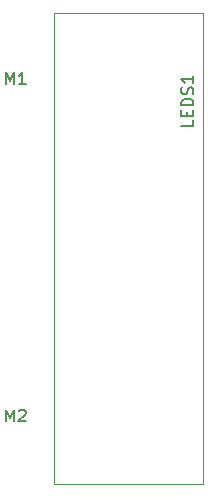
<source format=gbr>
G04 #@! TF.FileFunction,Legend,Top*
%FSLAX46Y46*%
G04 Gerber Fmt 4.6, Leading zero omitted, Abs format (unit mm)*
G04 Created by KiCad (PCBNEW 4.0.7) date Sun Feb  4 21:06:27 2018*
%MOMM*%
%LPD*%
G01*
G04 APERTURE LIST*
%ADD10C,0.100000*%
%ADD11C,0.112500*%
%ADD12C,0.150000*%
G04 APERTURE END LIST*
D10*
D11*
X140462000Y-94742000D02*
X140462000Y-134696200D01*
X140462000Y-134696200D02*
X153009600Y-134696200D01*
X153009600Y-134696200D02*
X153009600Y-94742000D01*
X153009600Y-94742000D02*
X140462000Y-94742000D01*
D12*
X152217381Y-103830238D02*
X152217381Y-104306429D01*
X151217381Y-104306429D01*
X151693571Y-103496905D02*
X151693571Y-103163571D01*
X152217381Y-103020714D02*
X152217381Y-103496905D01*
X151217381Y-103496905D01*
X151217381Y-103020714D01*
X152217381Y-102592143D02*
X151217381Y-102592143D01*
X151217381Y-102354048D01*
X151265000Y-102211190D01*
X151360238Y-102115952D01*
X151455476Y-102068333D01*
X151645952Y-102020714D01*
X151788810Y-102020714D01*
X151979286Y-102068333D01*
X152074524Y-102115952D01*
X152169762Y-102211190D01*
X152217381Y-102354048D01*
X152217381Y-102592143D01*
X152169762Y-101639762D02*
X152217381Y-101496905D01*
X152217381Y-101258809D01*
X152169762Y-101163571D01*
X152122143Y-101115952D01*
X152026905Y-101068333D01*
X151931667Y-101068333D01*
X151836429Y-101115952D01*
X151788810Y-101163571D01*
X151741190Y-101258809D01*
X151693571Y-101449286D01*
X151645952Y-101544524D01*
X151598333Y-101592143D01*
X151503095Y-101639762D01*
X151407857Y-101639762D01*
X151312619Y-101592143D01*
X151265000Y-101544524D01*
X151217381Y-101449286D01*
X151217381Y-101211190D01*
X151265000Y-101068333D01*
X152217381Y-100115952D02*
X152217381Y-100687381D01*
X152217381Y-100401667D02*
X151217381Y-100401667D01*
X151360238Y-100496905D01*
X151455476Y-100592143D01*
X151503095Y-100687381D01*
X136350476Y-129357381D02*
X136350476Y-128357381D01*
X136683810Y-129071667D01*
X137017143Y-128357381D01*
X137017143Y-129357381D01*
X137445714Y-128452619D02*
X137493333Y-128405000D01*
X137588571Y-128357381D01*
X137826667Y-128357381D01*
X137921905Y-128405000D01*
X137969524Y-128452619D01*
X138017143Y-128547857D01*
X138017143Y-128643095D01*
X137969524Y-128785952D01*
X137398095Y-129357381D01*
X138017143Y-129357381D01*
X136350476Y-100782381D02*
X136350476Y-99782381D01*
X136683810Y-100496667D01*
X137017143Y-99782381D01*
X137017143Y-100782381D01*
X138017143Y-100782381D02*
X137445714Y-100782381D01*
X137731428Y-100782381D02*
X137731428Y-99782381D01*
X137636190Y-99925238D01*
X137540952Y-100020476D01*
X137445714Y-100068095D01*
M02*

</source>
